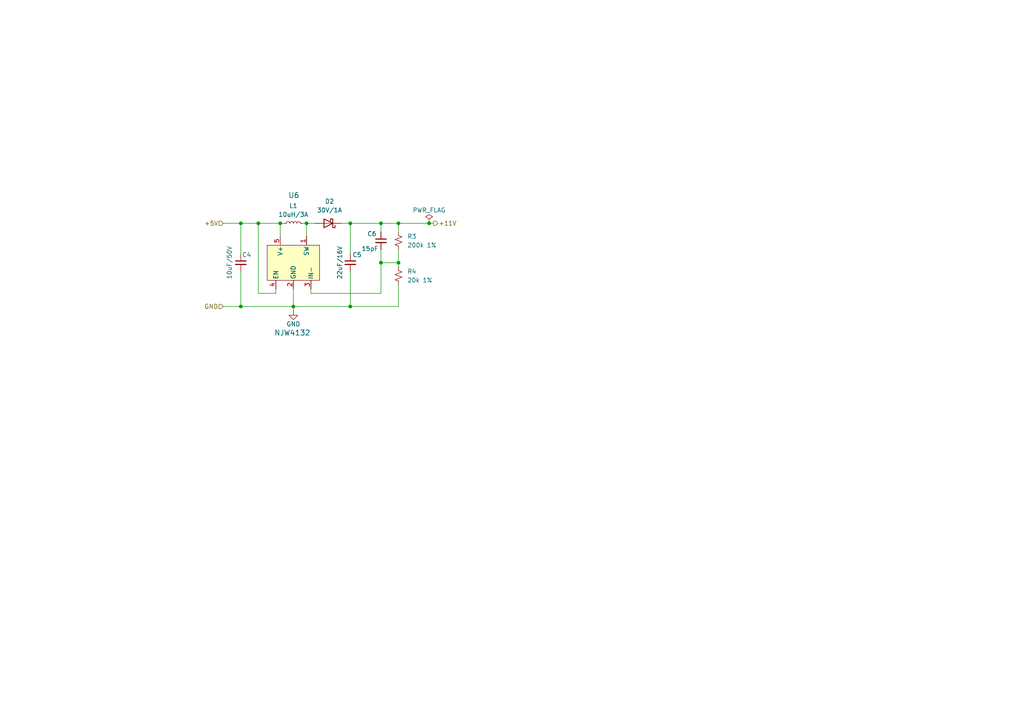
<source format=kicad_sch>
(kicad_sch (version 20250114) (generator "eeschema") (generator_version "9.0")
  (paper "A4")
  (title_block (date "2026-02-28") (rev "1"))
  (lib_symbols
    (symbol "Device:C_Small" (pin_numbers (hide yes)) (pin_names (offset 0.254) (hide yes))
      (property "Reference" "C" (at 0.254 1.778 0))
      (property "Value" "C_Small" (at 0.254 -2.032 0))
      (symbol "C_Small_0_1"
        (polyline (pts (xy -1.524 0.508) (xy 1.524 0.508)) (stroke (width 0.3048)))
        (polyline (pts (xy -1.524 -0.508) (xy 1.524 -0.508)) (stroke (width 0.3302)))
      )
      (symbol "C_Small_1_1"
        (pin passive line (at 0 2.54 270) (length 2.032) (name "~") (number "1"))
        (pin passive line (at 0 -2.54 90) (length 2.032) (name "~") (number "2"))
      )
    )
    (symbol "Device:L_Small" (pin_numbers (hide yes)) (pin_names (offset 0.254) (hide yes))
      (property "Reference" "L" (at 0.762 1.016 0))
      (property "Value" "L_Small" (at 0.762 -1.016 0))
      (symbol "L_Small_0_1"
        (arc (start 0 2.032) (mid 0.5058 1.524) (end 0 1.016))
        (arc (start 0 1.016) (mid 0.5058 0.508) (end 0 0))
        (arc (start 0 0) (mid 0.5058 -0.508) (end 0 -1.016))
        (arc (start 0 -1.016) (mid 0.5058 -1.524) (end 0 -2.032))
      )
      (symbol "L_Small_1_1"
        (pin passive line (at 0 2.54 270) (length 0.508) (name "~") (number "1"))
        (pin passive line (at 0 -2.54 90) (length 0.508) (name "~") (number "2"))
      )
    )
    (symbol "Device:R_Small_US" (pin_numbers (hide yes)) (pin_names (offset 0.254) (hide yes))
      (property "Reference" "R" (at 0.762 0.508 0))
      (property "Value" "R_Small_US" (at 0.762 -1.016 0))
      (symbol "R_Small_US_1_1"
        (polyline (pts (xy 0 1.524) (xy 1.016 1.143) (xy 0 0.762) (xy -1.016 0.381) (xy 0 0)))
        (polyline (pts (xy 0 0) (xy 1.016 -0.381) (xy 0 -0.762) (xy -1.016 -1.143) (xy 0 -1.524)))
        (pin passive line (at 0 2.54 270) (length 1.016) (name "~") (number "1"))
        (pin passive line (at 0 -2.54 90) (length 1.016) (name "~") (number "2"))
      )
    )
    (symbol "Diode:SB130" (pin_numbers (hide yes)) (pin_names (offset 1.016) (hide yes))
      (property "Reference" "D" (at 0 2.54 0))
      (property "Value" "SB130" (at 0 -2.54 0))
      (symbol "SB130_0_1"
        (polyline (pts (xy -1.905 0.635) (xy -1.905 1.27) (xy -1.27 1.27) (xy -1.27 -1.27) (xy -0.635 -1.27) (xy -0.635 -0.635)) (stroke (width 0.254)))
        (polyline (pts (xy 1.27 1.27) (xy 1.27 -1.27) (xy -1.27 0) (xy 1.27 1.27)) (stroke (width 0.254)))
        (polyline (pts (xy 1.27 0) (xy -1.27 0)))
      )
      (symbol "SB130_1_1"
        (pin passive line (at -3.81 0 0) (length 2.54) (name "K") (number "1"))
        (pin passive line (at 3.81 0 180) (length 2.54) (name "A") (number "2"))
      )
    )
    (symbol "nisshinbo:NJW4132U2-C-TE1" (pin_names (offset 0.254))
      (property "Reference" "U" (at 13.97 1.524 0))
      (property "Value" "NJW4132" (at 7.62 -5.08 0))
      (symbol "NJW4132U2-C-TE1_1_1"
        (rectangle (start 0 0) (end 15.24 -10.16) (fill (type background)))
        (pin input line (at 2.54 -12.7 90) (length 2.54) (name "EN") (number "4"))
        (pin power_in line (at 3.81 2.54 270) (length 2.54) (name "V+") (number "5"))
        (pin power_in line (at 7.62 -12.7 90) (length 2.54) (name "GND") (number "2"))
        (pin output line (at 11.43 2.54 270) (length 2.54) (name "SW") (number "1"))
        (pin input line (at 12.7 -12.7 90) (length 2.54) (name "IN-") (number "3"))
      )
    )
    (symbol "power:GND" (power) (pin_numbers (hide yes)) (pin_names (offset 0) (hide yes))
      (property "Value" "GND" (at 0 -3.81 0))
      (symbol "GND_0_1"
        (polyline (pts (xy 0 0) (xy 0 -1.27) (xy 1.27 -1.27) (xy 0 -2.54) (xy -1.27 -1.27) (xy 0 -1.27)))
      )
      (symbol "GND_1_1"
        (pin power_in line (at 0 0 270) (length 0) (name "~") (number "1"))
      )
    )
    (symbol "power:PWR_FLAG" (power) (pin_numbers (hide yes)) (pin_names (offset 0) (hide yes))
      (property "Value" "PWR_FLAG" (at 0 3.81 0))
      (symbol "PWR_FLAG_0_0"
        (pin power_out line (at 0 0 90) (length 0) (name "~") (number "1"))
      )
      (symbol "PWR_FLAG_0_1"
        (polyline (pts (xy 0 0) (xy 0 1.27) (xy -1.016 1.905) (xy 0 2.54) (xy 1.016 1.905) (xy 0 1.27)))
      )
    )
  )
  (junction (at 115.57 64.77))
  (junction (at 115.57 76.2))
  (junction (at 124.46 64.77))
  (junction (at 69.85 64.77))
  (junction (at 81.28 64.77))
  (junction (at 69.85 88.9))
  (junction (at 74.93 64.77))
  (junction (at 110.49 76.2))
  (junction (at 85.09 88.9))
  (junction (at 110.49 64.77))
  (junction (at 101.6 64.77))
  (junction (at 101.6 88.9))
  (junction (at 88.9 64.77))
  (wire (pts (xy 74.93 64.77) (xy 74.93 85.09)))
  (wire (pts (xy 115.57 64.77) (xy 115.57 67.31)))
  (wire (pts (xy 90.17 85.09) (xy 90.17 83.82)))
  (wire (pts (xy 85.09 90.17) (xy 85.09 88.9)))
  (wire (pts (xy 124.46 64.77) (xy 125.73 64.77)))
  (wire (pts (xy 101.6 78.74) (xy 101.6 88.9)))
  (wire (pts (xy 115.57 72.39) (xy 115.57 76.2)))
  (wire (pts (xy 110.49 76.2) (xy 115.57 76.2)))
  (wire (pts (xy 85.09 88.9) (xy 85.09 83.82)))
  (wire (pts (xy 64.77 88.9) (xy 69.85 88.9)))
  (wire (pts (xy 64.77 64.77) (xy 69.85 64.77)))
  (wire (pts (xy 88.9 64.77) (xy 91.44 64.77)))
  (wire (pts (xy 88.9 64.77) (xy 88.9 68.58)))
  (wire (pts (xy 80.01 85.09) (xy 74.93 85.09)))
  (wire (pts (xy 81.28 64.77) (xy 81.28 68.58)))
  (wire (pts (xy 69.85 78.74) (xy 69.85 88.9)))
  (wire (pts (xy 110.49 76.2) (xy 110.49 85.09)))
  (wire (pts (xy 110.49 72.39) (xy 110.49 76.2)))
  (wire (pts (xy 87.63 64.77) (xy 88.9 64.77)))
  (wire (pts (xy 69.85 88.9) (xy 85.09 88.9)))
  (wire (pts (xy 101.6 88.9) (xy 85.09 88.9)))
  (wire (pts (xy 69.85 64.77) (xy 74.93 64.77)))
  (wire (pts (xy 115.57 88.9) (xy 101.6 88.9)))
  (wire (pts (xy 81.28 64.77) (xy 82.55 64.77)))
  (wire (pts (xy 110.49 85.09) (xy 90.17 85.09)))
  (wire (pts (xy 69.85 73.66) (xy 69.85 64.77)))
  (wire (pts (xy 115.57 82.55) (xy 115.57 88.9)))
  (wire (pts (xy 110.49 64.77) (xy 115.57 64.77)))
  (wire (pts (xy 115.57 64.77) (xy 124.46 64.77)))
  (wire (pts (xy 99.06 64.77) (xy 101.6 64.77)))
  (wire (pts (xy 110.49 64.77) (xy 110.49 67.31)))
  (wire (pts (xy 74.93 64.77) (xy 81.28 64.77)))
  (wire (pts (xy 101.6 64.77) (xy 110.49 64.77)))
  (wire (pts (xy 115.57 76.2) (xy 115.57 77.47)))
  (wire (pts (xy 101.6 64.77) (xy 101.6 73.66)))
  (wire (pts (xy 80.01 83.82) (xy 80.01 85.09)))
  (hierarchical_label "+11V" (shape output) (at 125.73 64.77 0))
  (hierarchical_label "+5V" (shape input) (at 64.77 64.77 180))
  (hierarchical_label "GND" (shape input) (at 64.77 88.9 180))
  (symbol (lib_id "Device:R_Small_US") (at 115.57 69.85 0) (unit 1)
    (property "Reference" "R3" (at 118.11 68.5799 0) (effects (justify left)))
    (property "Value" "200k 1%" (at 118.11 71.1199 0) (effects (justify left)))
    (property "Footprint" "Resistor_SMD:R_0603_1608Metric_Pad0.98x0.95mm_HandSolder" (effects (hide yes)))
    (property "Description" "Resistor, small US symbol" (effects (hide yes)))
    (instances (project "" (path "" (reference "R3") (unit 1))) (project "" (path "" (reference "R2") (unit 1))) (project "dcdc+12v" (path "" (reference "R2") (unit 1))) (project "" (path "" (reference "R2") (unit 1))))
  )
  (symbol (lib_id "Device:L_Small") (at 85.09 64.77 90) (unit 1)
    (property "Reference" "L1" (at 85.09 59.69 90))
    (property "Value" "10uH/3A" (at 85.09 62.23 90))
    (property "Footprint" "murata:IND_DFE322512F_MUR-M" (effects (hide yes)))
    (property "Description" "Inductor, small symbol" (effects (hide yes)))
  )
  (symbol (lib_id "Diode:SB130") (at 95.25 64.77 180) (unit 1)
    (property "Reference" "D2" (at 95.5675 58.42 0))
    (property "Value" "30V/1A" (at 95.5675 60.96 0))
    (property "Footprint" "murata:CR_60M-60_ROM-M" (effects (hide yes)))
    (property "Datasheet" "http://www.diodes.com/_files/datasheets/ds23022.pdf" (effects (hide yes)))
    (property "Description" "30V 1A Schottky Barrier Rectifier Diode, DO-41" (effects (hide yes)))
    (instances (project "" (path "" (reference "D2") (unit 1))) (project "" (path "" (reference "D2") (unit 1))) (project "dcdc+12v" (path "" (reference "D1") (unit 1))) (project "" (path "" (reference "D2") (unit 1))))
  )
  (symbol (lib_id "nisshinbo:NJW4132U2-C-TE1") (at 77.47 71.12 0) (unit 1)
    (property "Reference" "U6" (at 83.566 56.642 0) (effects (font (size 1.524 1.524)) (justify left)))
    (property "Value" "NJW4132" (at 79.502 96.52 0) (effects (font (size 1.524 1.524)) (justify left)))
    (property "Footprint" "nisshinbo:SOT-89-5_NMD-M" (effects (hide yes)))
    (property "Datasheet" "NJW4132U2-C-TE1" (effects (hide yes)))
    (instances (project "" (path "" (reference "U6") (unit 1))) (project "" (path "" (reference "U3") (unit 1))) (project "dcdc+12v" (path "" (reference "U1") (unit 1))) (project "" (path "" (reference "U3") (unit 1))))
  )
  (symbol (lib_id "power:PWR_FLAG") (at 124.46 64.77 0) (unit 1)
    (property "Reference" "#FLG04" (effects (hide yes)))
    (property "Value" "PWR_FLAG" (at 124.46 60.96 0))
    (property "Description" "Special symbol for telling ERC where power comes from" (effects (hide yes)))
  )
  (symbol (lib_id "Device:R_Small_US") (at 115.57 80.01 0) (unit 1)
    (property "Reference" "R4" (at 118.11 78.7399 0) (effects (justify left)))
    (property "Value" "20k 1%" (at 118.11 81.2799 0) (effects (justify left)))
    (property "Footprint" "Resistor_SMD:R_0603_1608Metric_Pad0.98x0.95mm_HandSolder" (effects (hide yes)))
    (property "Description" "Resistor, small US symbol" (effects (hide yes)))
    (instances (project "" (path "" (reference "R4") (unit 1))) (project "" (path "" (reference "R3") (unit 1))) (project "dcdc+12v" (path "" (reference "R1") (unit 1))) (project "" (path "" (reference "R3") (unit 1))))
  )
  (symbol (lib_id "Device:C_Small") (at 101.6 76.2 0) (mirror y) (unit 1)
    (property "Reference" "C5" (at 104.902 73.914 0) (effects (justify left)))
    (property "Value" "22uF/16V" (at 98.552 81.026 90) (effects (justify left)))
    (property "Footprint" "Capacitor_SMD:C_0603_1608Metric_Pad1.08x0.95mm_HandSolder" (effects (hide yes)))
    (property "Description" "Unpolarized capacitor, small symbol" (effects (hide yes)))
    (instances (project "" (path "" (reference "C5") (unit 1))) (project "" (path "" (reference "C4") (unit 1))) (project "dcdc+12v" (path "" (reference "C2") (unit 1))) (project "" (path "" (reference "C4") (unit 1))))
  )
  (symbol (lib_id "power:GND") (at 85.09 90.17 0) (unit 1)
    (property "Reference" "#PWR022" (effects (hide yes)))
    (property "Value" "GND" (at 85.09 93.98 0))
    (property "Description" "Power symbol creates a global label with name \"GND\" , ground" (effects (hide yes)))
    (instances (project "" (path "" (reference "#PWR022") (unit 1))) (project "" (path "" (reference "#PWR018") (unit 1))) (project "dcdc+12v" (path "" (reference "#PWR03") (unit 1))) (project "" (path "" (reference "#PWR018") (unit 1))))
  )
  (symbol (lib_id "Device:C_Small") (at 110.49 69.85 0) (mirror y) (unit 1)
    (property "Reference" "C6" (at 109.22 67.818 0) (effects (justify left)))
    (property "Value" "15pF" (at 109.728 72.136 0) (effects (justify left)))
    (property "Footprint" "Capacitor_SMD:C_0603_1608Metric_Pad1.08x0.95mm_HandSolder" (effects (hide yes)))
    (property "Description" "Unpolarized capacitor, small symbol" (effects (hide yes)))
    (instances (project "" (path "" (reference "C6") (unit 1))) (project "" (path "" (reference "C5") (unit 1))) (project "dcdc+12v" (path "" (reference "C3") (unit 1))) (project "" (path "" (reference "C5") (unit 1))))
  )
  (symbol (lib_id "Device:C_Small") (at 69.85 76.2 0) (mirror y) (unit 1)
    (property "Reference" "C4" (at 72.898 73.914 0) (effects (justify left)))
    (property "Value" "10uF/50V" (at 66.548 81.026 90) (effects (justify left)))
    (property "Footprint" "Capacitor_SMD:C_0603_1608Metric_Pad1.08x0.95mm_HandSolder" (effects (hide yes)))
    (property "Description" "Unpolarized capacitor, small symbol" (effects (hide yes)))
    (instances (project "" (path "" (reference "C4") (unit 1))) (project "" (path "" (reference "C3") (unit 1))) (project "dcdc+12v" (path "" (reference "C1") (unit 1))) (project "" (path "" (reference "C3") (unit 1))))
  )
)
</source>
